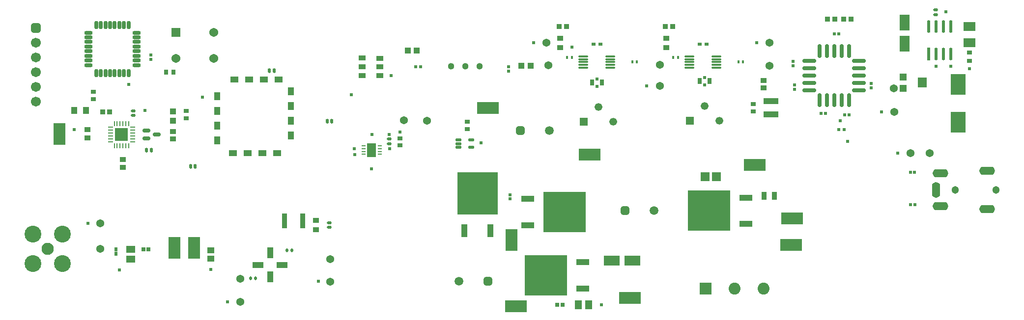
<source format=gbr>
G04*
G04 #@! TF.GenerationSoftware,Altium Limited,Altium Designer,25.5.2 (35)*
G04*
G04 Layer_Color=8388736*
%FSLAX44Y44*%
%MOMM*%
G71*
G04*
G04 #@! TF.SameCoordinates,F6FF292E-385D-4CED-94FC-DDC138C61579*
G04*
G04*
G04 #@! TF.FilePolarity,Negative*
G04*
G01*
G75*
%ADD24R,0.7000X0.2500*%
%ADD25R,1.6500X2.3800*%
%ADD27R,1.8288X1.0160*%
%ADD30R,1.3208X1.0160*%
%ADD33R,0.4725X0.5153*%
%ADD34R,0.9000X0.7500*%
%ADD37R,0.8121X0.7581*%
%ADD38R,0.2425X0.9096*%
G04:AMPARAMS|DCode=39|XSize=0.9096mm|YSize=0.2425mm|CornerRadius=0.1212mm|HoleSize=0mm|Usage=FLASHONLY|Rotation=90.000|XOffset=0mm|YOffset=0mm|HoleType=Round|Shape=RoundedRectangle|*
%AMROUNDEDRECTD39*
21,1,0.9096,0.0000,0,0,90.0*
21,1,0.6672,0.2425,0,0,90.0*
1,1,0.2425,0.0000,0.3336*
1,1,0.2425,0.0000,-0.3336*
1,1,0.2425,0.0000,-0.3336*
1,1,0.2425,0.0000,0.3336*
%
%ADD39ROUNDEDRECTD39*%
G04:AMPARAMS|DCode=43|XSize=0.2425mm|YSize=0.9096mm|CornerRadius=0.1212mm|HoleSize=0mm|Usage=FLASHONLY|Rotation=90.000|XOffset=0mm|YOffset=0mm|HoleType=Round|Shape=RoundedRectangle|*
%AMROUNDEDRECTD43*
21,1,0.2425,0.6672,0,0,90.0*
21,1,0.0000,0.9096,0,0,90.0*
1,1,0.2425,0.3336,0.0000*
1,1,0.2425,0.3336,0.0000*
1,1,0.2425,-0.3336,0.0000*
1,1,0.2425,-0.3336,0.0000*
%
%ADD43ROUNDEDRECTD43*%
%ADD45R,1.0160X1.3208*%
%ADD46R,0.5200X0.5200*%
%ADD50R,0.5588X0.5334*%
%ADD52R,0.9500X1.4000*%
%ADD53R,0.5000X0.6000*%
%ADD54R,0.5153X0.4725*%
%ADD55R,2.5400X1.0150*%
%ADD58R,0.5200X0.5200*%
%ADD60R,0.4000X0.5000*%
%ADD61R,0.8061X0.8582*%
%ADD63R,0.9000X0.6500*%
G04:AMPARAMS|DCode=64|XSize=2.1692mm|YSize=0.5821mm|CornerRadius=0.2911mm|HoleSize=0mm|Usage=FLASHONLY|Rotation=90.000|XOffset=0mm|YOffset=0mm|HoleType=Round|Shape=RoundedRectangle|*
%AMROUNDEDRECTD64*
21,1,2.1692,0.0000,0,0,90.0*
21,1,1.5870,0.5821,0,0,90.0*
1,1,0.5821,0.0000,0.7935*
1,1,0.5821,0.0000,-0.7935*
1,1,0.5821,0.0000,-0.7935*
1,1,0.5821,0.0000,0.7935*
%
%ADD64ROUNDEDRECTD64*%
%ADD65R,3.8000X2.0300*%
%ADD67R,2.0300X3.8000*%
%ADD71R,1.0000X1.2000*%
%ADD75R,0.6350X0.6096*%
%ADD77R,0.8065X0.8682*%
%ADD78R,0.7620X1.0160*%
%ADD80R,0.5821X2.1692*%
%ADD83R,1.0160X1.8288*%
%ADD85R,0.9000X2.5000*%
%ADD88R,1.0016X1.0716*%
%ADD89R,0.7616X0.7216*%
%ADD90R,0.6216X0.6616*%
%ADD91R,1.5716X1.3016*%
%ADD92R,2.1016X3.7016*%
G04:AMPARAMS|DCode=93|XSize=0.7664mm|YSize=0.5664mm|CornerRadius=0.1797mm|HoleSize=0mm|Usage=FLASHONLY|Rotation=90.000|XOffset=0mm|YOffset=0mm|HoleType=Round|Shape=RoundedRectangle|*
%AMROUNDEDRECTD93*
21,1,0.7664,0.2070,0,0,90.0*
21,1,0.4070,0.5664,0,0,90.0*
1,1,0.3594,0.1035,0.2035*
1,1,0.3594,0.1035,-0.2035*
1,1,0.3594,-0.1035,-0.2035*
1,1,0.3594,-0.1035,0.2035*
%
%ADD93ROUNDEDRECTD93*%
%ADD94R,1.1516X1.0016*%
%ADD95R,1.0516X0.9516*%
%ADD96R,1.2446X0.8636*%
%ADD97R,1.0516X2.3016*%
G04:AMPARAMS|DCode=98|XSize=0.7664mm|YSize=0.5664mm|CornerRadius=0.1797mm|HoleSize=0mm|Usage=FLASHONLY|Rotation=0.000|XOffset=0mm|YOffset=0mm|HoleType=Round|Shape=RoundedRectangle|*
%AMROUNDEDRECTD98*
21,1,0.7664,0.2070,0,0,0.0*
21,1,0.4070,0.5664,0,0,0.0*
1,1,0.3594,0.2035,-0.1035*
1,1,0.3594,-0.2035,-0.1035*
1,1,0.3594,-0.2035,0.1035*
1,1,0.3594,0.2035,0.1035*
%
%ADD98ROUNDEDRECTD98*%
G04:AMPARAMS|DCode=99|XSize=0.5016mm|YSize=0.9516mm|CornerRadius=0.1008mm|HoleSize=0mm|Usage=FLASHONLY|Rotation=90.000|XOffset=0mm|YOffset=0mm|HoleType=Round|Shape=RoundedRectangle|*
%AMROUNDEDRECTD99*
21,1,0.5016,0.7500,0,0,90.0*
21,1,0.3000,0.9516,0,0,90.0*
1,1,0.2016,0.3750,0.1500*
1,1,0.2016,0.3750,-0.1500*
1,1,0.2016,-0.3750,-0.1500*
1,1,0.2016,-0.3750,0.1500*
%
%ADD99ROUNDEDRECTD99*%
%ADD100R,1.1016X0.9016*%
%ADD101R,2.2000X2.2000*%
%ADD102R,1.0416X0.9616*%
G04:AMPARAMS|DCode=103|XSize=1.3916mm|YSize=0.6016mm|CornerRadius=0.1758mm|HoleSize=0mm|Usage=FLASHONLY|Rotation=0.000|XOffset=0mm|YOffset=0mm|HoleType=Round|Shape=RoundedRectangle|*
%AMROUNDEDRECTD103*
21,1,1.3916,0.2500,0,0,0.0*
21,1,1.0400,0.6016,0,0,0.0*
1,1,0.3516,0.5200,-0.1250*
1,1,0.3516,-0.5200,-0.1250*
1,1,0.3516,-0.5200,0.1250*
1,1,0.3516,0.5200,0.1250*
%
%ADD103ROUNDEDRECTD103*%
%ADD104O,1.4524X0.7024*%
%ADD105R,1.2516X1.5516*%
%ADD106R,2.7016X1.7016*%
%ADD107R,2.3016X1.0516*%
%ADD108R,1.5016X1.6016*%
%ADD109O,2.4016X0.7016*%
%ADD110O,0.7016X2.4016*%
G04:AMPARAMS|DCode=111|XSize=0.4016mm|YSize=1.6516mm|CornerRadius=0.1003mm|HoleSize=0mm|Usage=FLASHONLY|Rotation=90.000|XOffset=0mm|YOffset=0mm|HoleType=Round|Shape=RoundedRectangle|*
%AMROUNDEDRECTD111*
21,1,0.4016,1.4510,0,0,90.0*
21,1,0.2010,1.6516,0,0,90.0*
1,1,0.2006,0.7255,0.1005*
1,1,0.2006,0.7255,-0.1005*
1,1,0.2006,-0.7255,-0.1005*
1,1,0.2006,-0.7255,0.1005*
%
%ADD111ROUNDEDRECTD111*%
%ADD112R,1.3016X1.3016*%
%ADD113C,1.3716*%
%ADD114R,6.9016X7.3016*%
%ADD115R,0.7016X0.9016*%
%ADD116R,7.3016X6.9016*%
%ADD117R,0.6016X0.5516*%
G04:AMPARAMS|DCode=118|XSize=0.4572mm|YSize=0.6604mm|CornerRadius=0.1397mm|HoleSize=0mm|Usage=FLASHONLY|Rotation=0.000|XOffset=0mm|YOffset=0mm|HoleType=Round|Shape=RoundedRectangle|*
%AMROUNDEDRECTD118*
21,1,0.4572,0.3810,0,0,0.0*
21,1,0.1778,0.6604,0,0,0.0*
1,1,0.2794,0.0889,-0.1905*
1,1,0.2794,-0.0889,-0.1905*
1,1,0.2794,-0.0889,0.1905*
1,1,0.2794,0.0889,0.1905*
%
%ADD118ROUNDEDRECTD118*%
%ADD119R,2.0016X1.5016*%
%ADD120R,1.6016X1.7016*%
%ADD121R,1.0016X0.9516*%
%ADD122R,1.7016X2.7016*%
%ADD123O,0.7024X1.4524*%
%ADD124R,1.0316X0.9916*%
%ADD125R,2.6016X3.6016*%
%ADD126R,0.7516X0.7516*%
%ADD127C,2.9016*%
%ADD128C,1.5016*%
%ADD129C,1.7016*%
%ADD130R,1.5400X1.5400*%
%ADD131C,1.5400*%
%ADD132O,1.4096X2.7176*%
%ADD133C,2.0516*%
G04:AMPARAMS|DCode=134|XSize=1.5016mm|YSize=1.5016mm|CornerRadius=0.4008mm|HoleSize=0mm|Usage=FLASHONLY|Rotation=180.000|XOffset=0mm|YOffset=0mm|HoleType=Round|Shape=RoundedRectangle|*
%AMROUNDEDRECTD134*
21,1,1.5016,0.7000,0,0,180.0*
21,1,0.7000,1.5016,0,0,180.0*
1,1,0.8016,-0.3500,0.3500*
1,1,0.8016,0.3500,0.3500*
1,1,0.8016,0.3500,-0.3500*
1,1,0.8016,-0.3500,-0.3500*
%
%ADD134ROUNDEDRECTD134*%
%ADD135R,2.0516X2.0516*%
%ADD136O,2.7176X1.4096*%
%ADD137C,1.3016*%
%ADD138C,1.3236*%
%ADD139R,1.3236X1.3236*%
G04:AMPARAMS|DCode=140|XSize=1.7016mm|YSize=1.7016mm|CornerRadius=0.4508mm|HoleSize=0mm|Usage=FLASHONLY|Rotation=270.000|XOffset=0mm|YOffset=0mm|HoleType=Round|Shape=RoundedRectangle|*
%AMROUNDEDRECTD140*
21,1,1.7016,0.8000,0,0,270.0*
21,1,0.8000,1.7016,0,0,270.0*
1,1,0.9016,-0.4000,-0.4000*
1,1,0.9016,-0.4000,0.4000*
1,1,0.9016,0.4000,0.4000*
1,1,0.9016,0.4000,-0.4000*
%
%ADD140ROUNDEDRECTD140*%
%ADD141C,2.1016*%
%ADD142C,1.1316*%
%ADD143C,0.6016*%
D24*
X886998Y539108D02*
D03*
X858998Y544108D02*
D03*
Y554108D02*
D03*
X886998Y544108D02*
D03*
Y554108D02*
D03*
Y549108D02*
D03*
X858998D02*
D03*
Y539108D02*
D03*
D25*
X872998Y546608D02*
D03*
D27*
X677291Y348488D02*
D03*
X718693D02*
D03*
D30*
X633602Y541528D02*
D03*
X659002D02*
D03*
X684402D02*
D03*
X709802D02*
D03*
X661542Y668528D02*
D03*
X636142D02*
D03*
X712342D02*
D03*
X686942D02*
D03*
D33*
X1110996Y469597D02*
D03*
X492252Y710414D02*
D03*
X1601216Y658852D02*
D03*
X1733296Y653820D02*
D03*
X1598676Y699492D02*
D03*
X1110996Y462026D02*
D03*
X492252Y702842D02*
D03*
X1733296Y661392D02*
D03*
X1601216Y651280D02*
D03*
X1598676Y691920D02*
D03*
D34*
X922020Y566736D02*
D03*
X393192Y646588D02*
D03*
X553592Y601568D02*
D03*
X1530096Y613506D02*
D03*
X922020Y554736D02*
D03*
X1530096Y625506D02*
D03*
X393192Y634588D02*
D03*
X553592Y613568D02*
D03*
D37*
X1037336Y595296D02*
D03*
Y582756D02*
D03*
D38*
X429452Y554228D02*
D03*
D39*
X434452D02*
D03*
X439452D02*
D03*
X454452D02*
D03*
Y592253D02*
D03*
X429452D02*
D03*
X434452D02*
D03*
X439452D02*
D03*
X444452D02*
D03*
X449452D02*
D03*
Y554228D02*
D03*
X444452D02*
D03*
D43*
X460964Y580741D02*
D03*
Y575741D02*
D03*
Y560741D02*
D03*
Y565740D02*
D03*
X422939Y570741D02*
D03*
Y585741D02*
D03*
Y560741D02*
D03*
Y565740D02*
D03*
Y575741D02*
D03*
Y580741D02*
D03*
X460964Y585741D02*
D03*
Y570741D02*
D03*
D45*
X606932Y563118D02*
D03*
Y588518D02*
D03*
X733932Y572008D02*
D03*
Y622808D02*
D03*
X606932Y639318D02*
D03*
X733932Y648208D02*
D03*
Y597408D02*
D03*
X606932Y613918D02*
D03*
D46*
X948961Y690054D02*
D03*
X956961D02*
D03*
D50*
X1260856Y656717D02*
D03*
X1446276Y659257D02*
D03*
X1260856Y668655D02*
D03*
X1446276Y671195D02*
D03*
D52*
X1567286Y467106D02*
D03*
X1548786D02*
D03*
D53*
X1687416Y581406D02*
D03*
X1677416D02*
D03*
D54*
X1695147Y606806D02*
D03*
X1654556Y609346D02*
D03*
X1677367Y746506D02*
D03*
X1687576Y606806D02*
D03*
X1669796Y746506D02*
D03*
X1646985Y609346D02*
D03*
D55*
X1560576Y608081D02*
D03*
Y630931D02*
D03*
D58*
X1108456Y682498D02*
D03*
Y690498D02*
D03*
D60*
X1329816Y698246D02*
D03*
X1209676Y705866D02*
D03*
X1392556D02*
D03*
X1512696Y698246D02*
D03*
X1321816D02*
D03*
X1504696D02*
D03*
X1400556Y705866D02*
D03*
X1217676D02*
D03*
D61*
X1208447Y759206D02*
D03*
X1391327D02*
D03*
X409110Y612648D02*
D03*
X421132D02*
D03*
X1196425Y759206D02*
D03*
X1379305D02*
D03*
D63*
X1902968Y700278D02*
D03*
Y714778D02*
D03*
D64*
X1871218Y712202D02*
D03*
X1845818D02*
D03*
X1858518D02*
D03*
X1845818Y759474D02*
D03*
X1858518D02*
D03*
X1833118D02*
D03*
X1871218D02*
D03*
D65*
X1597152Y428752D02*
D03*
X1595374Y382524D02*
D03*
X1317752Y291592D02*
D03*
X1073658Y619252D02*
D03*
X1248156Y538226D02*
D03*
X1532636Y520446D02*
D03*
X1121156Y276606D02*
D03*
D67*
X1113536Y390906D02*
D03*
X334772Y574548D02*
D03*
D71*
X360492Y615188D02*
D03*
X380492D02*
D03*
D75*
X1449705Y728726D02*
D03*
X1437767D02*
D03*
X1266825D02*
D03*
X1254887D02*
D03*
D77*
X1658457Y771906D02*
D03*
X1686397D02*
D03*
X1670975D02*
D03*
X1698915D02*
D03*
D78*
X1269365Y662686D02*
D03*
X1454785Y665226D02*
D03*
X1252347Y662686D02*
D03*
X1437767Y665226D02*
D03*
D80*
X1833118Y712202D02*
D03*
D83*
X697992Y327787D02*
D03*
Y369189D02*
D03*
D85*
X754132Y424708D02*
D03*
X723132D02*
D03*
D88*
X1130832Y692150D02*
D03*
X1146532D02*
D03*
X934998Y717804D02*
D03*
X950698D02*
D03*
D89*
X488317Y375121D02*
D03*
X479517D02*
D03*
D90*
X432054Y375592D02*
D03*
Y367792D02*
D03*
D91*
X457962Y375122D02*
D03*
Y357922D02*
D03*
D92*
X532910Y377952D02*
D03*
X566910D02*
D03*
D93*
X804100Y595884D02*
D03*
X493012Y546608D02*
D03*
X704912Y683768D02*
D03*
X485012Y546608D02*
D03*
X696912Y683768D02*
D03*
X560832Y518668D02*
D03*
X568832D02*
D03*
X796100Y595884D02*
D03*
D94*
X595884Y359018D02*
D03*
Y373518D02*
D03*
D95*
X444372Y516998D02*
D03*
X1547876Y666896D02*
D03*
Y653396D02*
D03*
X444372Y530498D02*
D03*
D96*
X886983Y674881D02*
D03*
X856504Y690121D02*
D03*
Y674881D02*
D03*
Y705361D02*
D03*
X886983Y690121D02*
D03*
X886654Y704646D02*
D03*
D97*
X1032323Y407496D02*
D03*
X1077923D02*
D03*
D98*
X799592Y421068D02*
D03*
X462152Y614108D02*
D03*
X1844548Y788098D02*
D03*
X903224Y565340D02*
D03*
X462152Y606108D02*
D03*
X903224Y557340D02*
D03*
X1844548Y780098D02*
D03*
X799592Y413068D02*
D03*
D99*
X1022096Y557426D02*
D03*
X1044596Y550926D02*
D03*
Y563926D02*
D03*
X1022096D02*
D03*
Y550926D02*
D03*
D100*
X383412Y582048D02*
D03*
Y567048D02*
D03*
D101*
X441952Y573241D02*
D03*
D102*
X530352Y565808D02*
D03*
Y578208D02*
D03*
D103*
X502832Y573428D02*
D03*
X484632Y579928D02*
D03*
Y566928D02*
D03*
D104*
X384712Y716948D02*
D03*
X467712Y724948D02*
D03*
Y716948D02*
D03*
Y700948D02*
D03*
X384712Y724948D02*
D03*
Y748948D02*
D03*
Y740948D02*
D03*
Y732948D02*
D03*
Y708948D02*
D03*
Y700948D02*
D03*
Y692948D02*
D03*
X467712D02*
D03*
Y708948D02*
D03*
Y732948D02*
D03*
Y740948D02*
D03*
Y748948D02*
D03*
D105*
X1246746Y279146D02*
D03*
X1229246D02*
D03*
D106*
X1322256Y355346D02*
D03*
X1286256D02*
D03*
D107*
X1141483Y462156D02*
D03*
X1517896Y418906D02*
D03*
X1236783Y352876D02*
D03*
X1517896Y464506D02*
D03*
X1236783Y307276D02*
D03*
X1141483Y416556D02*
D03*
D108*
X1466596Y500126D02*
D03*
X1447596D02*
D03*
D109*
X1627296Y662006D02*
D03*
Y700106D02*
D03*
X1712296D02*
D03*
X1627296Y674706D02*
D03*
Y687406D02*
D03*
Y649306D02*
D03*
X1712296Y662006D02*
D03*
Y674706D02*
D03*
Y687406D02*
D03*
Y649306D02*
D03*
D110*
X1695196Y632206D02*
D03*
X1657096D02*
D03*
Y717206D02*
D03*
X1644396D02*
D03*
X1669796D02*
D03*
X1682496Y632206D02*
D03*
X1644396D02*
D03*
X1695196Y717206D02*
D03*
X1682496D02*
D03*
X1669796Y632206D02*
D03*
D111*
X1284106Y693246D02*
D03*
X1466986D02*
D03*
X1284106Y708246D02*
D03*
X1466986D02*
D03*
Y703246D02*
D03*
X1284106Y698246D02*
D03*
X1466986D02*
D03*
X1237606Y703246D02*
D03*
X1420486D02*
D03*
X1466986Y688246D02*
D03*
X1420486Y698246D02*
D03*
Y693246D02*
D03*
Y688246D02*
D03*
Y708246D02*
D03*
X1237606Y688246D02*
D03*
Y693246D02*
D03*
Y698246D02*
D03*
X1284106Y688246D02*
D03*
Y703246D02*
D03*
X1237606Y708246D02*
D03*
D112*
X1788956Y672686D02*
D03*
Y652686D02*
D03*
D113*
X405638Y420370D02*
D03*
X646430Y284480D02*
D03*
X801624Y319278D02*
D03*
X1173988Y731520D02*
D03*
X1369314Y657098D02*
D03*
X1558363Y731987D02*
D03*
X1773682Y612648D02*
D03*
X1801622Y540766D02*
D03*
X967994Y596900D02*
D03*
X928370Y597916D02*
D03*
X1834004Y541570D02*
D03*
X1772412Y652526D02*
D03*
X1558683Y691475D02*
D03*
X1369314Y693166D02*
D03*
X1177036Y692658D02*
D03*
X801097Y358392D02*
D03*
X646430Y324358D02*
D03*
X404876Y376428D02*
D03*
D114*
X1055123Y471496D02*
D03*
D115*
X518772Y681228D02*
D03*
X531772D02*
D03*
D116*
X1453896Y441706D02*
D03*
X1205483Y439356D02*
D03*
X1172783Y330076D02*
D03*
D117*
X1808480Y507746D02*
D03*
X1800980D02*
D03*
X1808734Y451866D02*
D03*
X1801234D02*
D03*
D118*
X735076Y373888D02*
D03*
X726948D02*
D03*
X672846Y325120D02*
D03*
X664718D02*
D03*
D119*
X1902968Y731998D02*
D03*
Y759998D02*
D03*
D120*
X1821456Y662686D02*
D03*
D121*
X1380236Y723516D02*
D03*
X1197356D02*
D03*
X776732Y424838D02*
D03*
Y409338D02*
D03*
X1197356Y739016D02*
D03*
X1380236D02*
D03*
D122*
X1791208Y730318D02*
D03*
Y766318D02*
D03*
D123*
X398212Y679448D02*
D03*
X406212D02*
D03*
X414212D02*
D03*
X422212D02*
D03*
X430212D02*
D03*
X438212D02*
D03*
X446212D02*
D03*
X454212D02*
D03*
Y762448D02*
D03*
X446212D02*
D03*
X438212D02*
D03*
X430212D02*
D03*
X422212D02*
D03*
X414212D02*
D03*
X406212D02*
D03*
X398212D02*
D03*
D124*
X530352Y596888D02*
D03*
Y613168D02*
D03*
D125*
X1883156Y594626D02*
D03*
Y659626D02*
D03*
D126*
X1202276Y279146D02*
D03*
X1192276D02*
D03*
D127*
X339852Y351028D02*
D03*
X289052D02*
D03*
Y401828D02*
D03*
X339852D02*
D03*
D128*
X1022903Y319916D02*
D03*
X1359516Y441706D02*
D03*
X1178996Y580122D02*
D03*
D129*
X294132Y655828D02*
D03*
Y630428D02*
D03*
Y706628D02*
D03*
Y732028D02*
D03*
Y681228D02*
D03*
D130*
X535952Y749448D02*
D03*
D131*
X600952D02*
D03*
X535952Y704448D02*
D03*
X600952D02*
D03*
D132*
X1845434Y478028D02*
D03*
D133*
X1548308Y307086D02*
D03*
X1498308D02*
D03*
D134*
X1128996Y580122D02*
D03*
X1309516Y441706D02*
D03*
X1072903Y319916D02*
D03*
D135*
X1448308Y307086D02*
D03*
D136*
X1933434Y445028D02*
D03*
X1853434Y506528D02*
D03*
Y449528D02*
D03*
X1933434Y511028D02*
D03*
D137*
X1878434Y478028D02*
D03*
X1948434D02*
D03*
D138*
X1471676Y596646D02*
D03*
X1446276Y622046D02*
D03*
X1289050Y595122D02*
D03*
X1263650Y620522D02*
D03*
D139*
X1420876Y596646D02*
D03*
X1238250Y595122D02*
D03*
D140*
X294132Y757428D02*
D03*
D141*
X314452Y376428D02*
D03*
D142*
X1034557Y691391D02*
D03*
X1010157D02*
D03*
X1058958D02*
D03*
D143*
X595884Y340868D02*
D03*
X438658Y339598D02*
D03*
X922020Y577596D02*
D03*
X843797Y538725D02*
D03*
X843280Y549148D02*
D03*
X903868Y549093D02*
D03*
X873252Y573532D02*
D03*
X872786Y514173D02*
D03*
X360672Y582048D02*
D03*
X482472Y615188D02*
D03*
X581152Y638048D02*
D03*
X1692656Y561086D02*
D03*
X1903222Y686562D02*
D03*
X1845818Y690880D02*
D03*
X1871114Y690974D02*
D03*
X906288Y675135D02*
D03*
X903224Y573532D02*
D03*
X384048Y420116D02*
D03*
X624840Y284226D02*
D03*
X1151636Y731520D02*
D03*
X1346962Y657098D02*
D03*
X1536011Y731987D02*
D03*
X1751330Y612648D02*
D03*
X1779016Y540766D02*
D03*
X781034Y320024D02*
D03*
X1268476Y279146D02*
D03*
X837708Y642115D02*
D03*
X1061720Y559054D02*
D03*
X1862328Y784606D02*
D03*
X1679956Y596646D02*
D03*
X1217676Y723646D02*
D03*
X454206Y660099D02*
D03*
M02*

</source>
